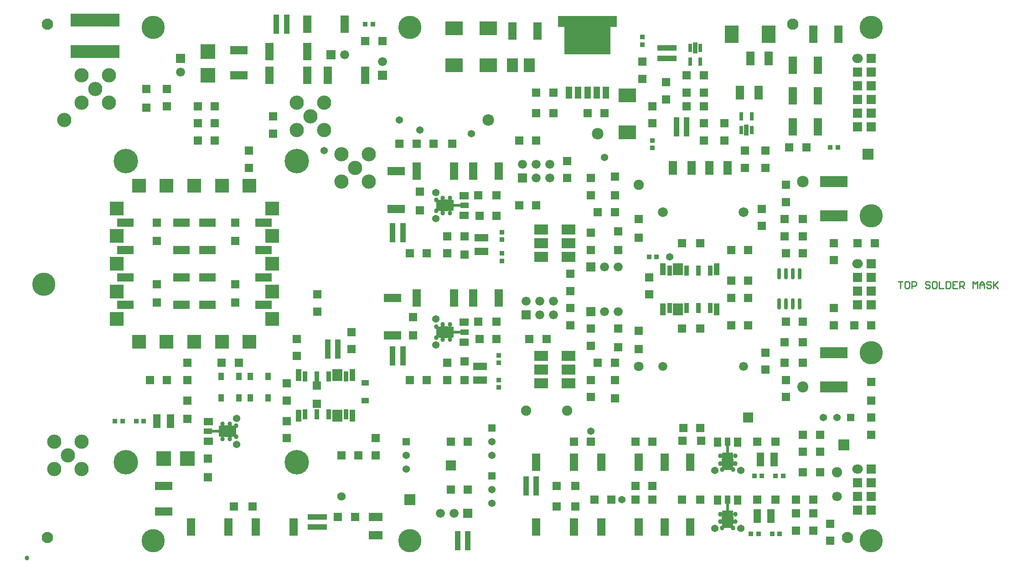
<source format=gts>
*%FSLAX24Y24*%
*%MOIN*%
G01*
%ADD11C,0.0000*%
%ADD12C,0.0050*%
%ADD13C,0.0060*%
%ADD14C,0.0073*%
%ADD15C,0.0080*%
%ADD16C,0.0098*%
%ADD17C,0.0100*%
%ADD18C,0.0120*%
%ADD19C,0.0150*%
%ADD20C,0.0160*%
%ADD21C,0.0160*%
%ADD22C,0.0197*%
%ADD23C,0.0200*%
%ADD24C,0.0200*%
%ADD25C,0.0240*%
%ADD26O,0.0240X0.0800*%
%ADD27C,0.0250*%
%ADD28O,0.0280X0.0840*%
%ADD29C,0.0300*%
%ADD30C,0.0300*%
%ADD31C,0.0320*%
%ADD32C,0.0340*%
%ADD33C,0.0360*%
%ADD34C,0.0380*%
%ADD35C,0.0394*%
%ADD36C,0.0397*%
%ADD37C,0.0400*%
%ADD38C,0.0434*%
%ADD39C,0.0460*%
%ADD40C,0.0480*%
%ADD41C,0.0480*%
%ADD42C,0.0500*%
%ADD43C,0.0500*%
%ADD44C,0.0520*%
%ADD45C,0.0540*%
%ADD46C,0.0560*%
%ADD47C,0.0580*%
%ADD48C,0.0600*%
%ADD49C,0.0620*%
%ADD50C,0.0650*%
%ADD51C,0.0660*%
%ADD52C,0.0670*%
%ADD53C,0.0680*%
%ADD54C,0.0710*%
%ADD55C,0.0720*%
%ADD56O,0.0750X0.0620*%
%ADD57C,0.0750*%
%ADD58C,0.0760*%
%ADD59O,0.0790X0.0660*%
%ADD60C,0.0810*%
%ADD61C,0.0827*%
%ADD62C,0.0850*%
%ADD63C,0.0870*%
%ADD64C,0.1000*%
%ADD65C,0.1040*%
%ADD66C,0.1299*%
%ADD67C,0.1499*%
%ADD68C,0.1600*%
%ADD69C,0.1700*%
%ADD70C,0.1750*%
%ADD71C,0.1790*%
%ADD72C,0.2000*%
%ADD73C,0.2299*%
%ADD74R,0.0100X0.0100*%
%ADD75R,0.0200X0.0200*%
%ADD76R,0.0200X0.0500*%
%ADD77R,0.0200X0.0650*%
%ADD78R,0.0200X0.1600*%
%ADD79R,0.0240X0.0700*%
%ADD80R,0.0280X0.0600*%
%ADD81R,0.0300X0.0300*%
%ADD82R,0.0300X0.0300*%
%ADD83R,0.0300X0.0600*%
%ADD84R,0.0300X0.0650*%
%ADD85R,0.0300X0.0700*%
%ADD86R,0.0315X0.0709*%
%ADD87R,0.0320X0.0560*%
%ADD88R,0.0320X0.0640*%
%ADD89R,0.0335X0.0758*%
%ADD90R,0.0340X0.0340*%
%ADD91R,0.0340X0.0700*%
%ADD92R,0.0340X0.0800*%
%ADD93R,0.0344X0.0787*%
%ADD94R,0.0344X0.0797*%
%ADD95R,0.0350X0.0700*%
%ADD96R,0.0350X0.0800*%
%ADD97R,0.0354X0.0787*%
%ADD98R,0.0355X0.0749*%
%ADD99R,0.0360X0.0600*%
%ADD100R,0.0360X0.1300*%
%ADD101R,0.0394X0.0827*%
%ADD102R,0.0400X0.0200*%
%ADD103R,0.0400X0.0500*%
%ADD104R,0.0400X0.0640*%
%ADD105R,0.0400X0.0750*%
%ADD106R,0.0400X0.1350*%
%ADD107R,0.0420X0.0850*%
%ADD108R,0.0434X0.0867*%
%ADD109R,0.0440X0.0540*%
%ADD110R,0.0440X0.1390*%
%ADD111R,0.0460X0.0890*%
%ADD112R,0.0500X0.0200*%
%ADD113R,0.0500X0.0400*%
%ADD114R,0.0500X0.0500*%
%ADD115R,0.0500X0.0500*%
%ADD116R,0.0500X0.0850*%
%ADD117R,0.0500X0.1000*%
%ADD118R,0.0500X0.1200*%
%ADD119R,0.0540X0.0440*%
%ADD120R,0.0540X0.0540*%
%ADD121R,0.0540X0.0890*%
%ADD122R,0.0540X0.0960*%
%ADD123R,0.0540X0.1040*%
%ADD124R,0.0550X0.0650*%
%ADD125R,0.0550X0.0780*%
%ADD126R,0.0550X0.0800*%
%ADD127R,0.0560X0.0320*%
%ADD128R,0.0591X0.1260*%
%ADD129R,0.0600X0.0280*%
%ADD130R,0.0600X0.0360*%
%ADD131R,0.0600X0.0600*%
%ADD132R,0.0600X0.1000*%
%ADD133R,0.0600X0.1200*%
%ADD134R,0.0600X0.1250*%
%ADD135R,0.0620X0.0620*%
%ADD136R,0.0631X0.1300*%
%ADD137R,0.0640X0.0320*%
%ADD138R,0.0640X0.0400*%
%ADD139R,0.0640X0.0640*%
%ADD140R,0.0640X0.1040*%
%ADD141R,0.0640X0.1290*%
%ADD142R,0.0650X0.0200*%
%ADD143R,0.0650X0.0550*%
%ADD144R,0.0650X0.0650*%
%ADD145R,0.0660X0.0660*%
%ADD146R,0.0700X0.0700*%
%ADD147R,0.0700X0.0900*%
%ADD148R,0.0709X0.0827*%
%ADD149R,0.0740X0.0740*%
%ADD150R,0.0749X0.0867*%
%ADD151R,0.0750X0.0400*%
%ADD152R,0.0750X0.0750*%
%ADD153R,0.0750X0.0750*%
%ADD154R,0.0750X0.0800*%
%ADD155R,0.0790X0.0790*%
%ADD156R,0.0800X0.0750*%
%ADD157R,0.0800X0.0800*%
%ADD158R,0.0800X0.0800*%
%ADD159R,0.0800X0.1000*%
%ADD160R,0.0800X0.1250*%
%ADD161R,0.0840X0.1040*%
%ADD162R,0.0850X0.0500*%
%ADD163R,0.0890X0.0540*%
%ADD164R,0.0900X0.0600*%
%ADD165R,0.0900X0.0900*%
%ADD166R,0.0940X0.0940*%
%ADD167R,0.0960X0.0540*%
%ADD168R,0.0960X0.0960*%
%ADD169R,0.0960X0.1220*%
%ADD170R,0.1000X0.0500*%
%ADD171R,0.1000X0.0600*%
%ADD172R,0.1000X0.0700*%
%ADD173R,0.1000X0.1000*%
%ADD174R,0.1000X0.1000*%
%ADD175R,0.1000X0.1250*%
%ADD176R,0.1040X0.0540*%
%ADD177R,0.1040X0.0640*%
%ADD178R,0.1040X0.0740*%
%ADD179R,0.1040X0.1040*%
%ADD180R,0.1040X0.1290*%
%ADD181R,0.1060X0.1060*%
%ADD182R,0.1140X0.0540*%
%ADD183R,0.1200X0.0500*%
%ADD184R,0.1200X0.0600*%
%ADD185R,0.1220X0.0960*%
%ADD186R,0.1240X0.0640*%
%ADD187R,0.1250X0.0600*%
%ADD188R,0.1250X0.0800*%
%ADD189R,0.1250X0.1000*%
%ADD190R,0.1260X0.0591*%
%ADD191R,0.1290X0.0640*%
%ADD192R,0.1290X0.1040*%
%ADD193R,0.1300X0.0631*%
%ADD194R,0.1300X0.0360*%
%ADD195R,0.1350X0.0400*%
%ADD196R,0.1390X0.0440*%
%ADD197R,0.1500X0.1500*%
%ADD198R,0.1600X0.0200*%
%ADD199R,0.1600X0.2400*%
%ADD200R,0.1700X0.1700*%
%ADD201R,0.1800X0.1800*%
%ADD202R,0.1900X0.1900*%
%ADD203R,0.2000X0.0750*%
%ADD204R,0.2000X0.2000*%
%ADD205R,0.2040X0.0790*%
%ADD206R,0.2100X0.2100*%
%ADD207R,0.2200X0.2200*%
%ADD208R,0.2300X0.2300*%
%ADD209R,0.2400X0.1600*%
%ADD210R,0.2400X0.2400*%
%ADD211R,0.2500X0.2500*%
D11*
X96770Y52710D02*
D03*
Y44960D02*
D03*
X94020Y63710D02*
D03*
Y62460D02*
D03*
X93770Y52960D02*
D03*
X94020Y48960D02*
D03*
X95020Y51210D02*
D03*
Y41460D02*
D03*
X93770Y45210D02*
D03*
X94020Y31960D02*
D03*
X95020Y46710D02*
D03*
X93770Y29460D02*
D03*
X93270Y59960D02*
D03*
Y61210D02*
D03*
X92770Y52960D02*
D03*
X92270Y51960D02*
D03*
X91770Y47510D02*
D03*
X92270Y55210D02*
D03*
X93020Y32710D02*
D03*
Y34460D02*
D03*
Y35960D02*
D03*
X92770Y45210D02*
D03*
X91270Y63710D02*
D03*
X91020Y65960D02*
D03*
X91270Y48710D02*
D03*
Y61460D02*
D03*
Y50110D02*
D03*
Y46960D02*
D03*
Y30210D02*
D03*
X89520Y63960D02*
D03*
X89770Y67210D02*
D03*
X90520Y54960D02*
D03*
X90370Y51860D02*
D03*
Y53160D02*
D03*
X89720Y61610D02*
D03*
X89470Y50560D02*
D03*
X90370Y43960D02*
D03*
X90420Y45460D02*
D03*
X90270Y35460D02*
D03*
Y34210D02*
D03*
X90220Y38410D02*
D03*
X89770Y36460D02*
D03*
Y32460D02*
D03*
X88020Y59710D02*
D03*
X89170Y54360D02*
D03*
X88520Y47710D02*
D03*
X88370Y61460D02*
D03*
X88520Y62960D02*
D03*
X87520Y50210D02*
D03*
Y57810D02*
D03*
X87770Y46710D02*
D03*
X88770Y39460D02*
D03*
X88970Y46110D02*
D03*
X89020Y40960D02*
D03*
X88520Y38210D02*
D03*
Y34210D02*
D03*
X87520Y44960D02*
D03*
Y41960D02*
D03*
X86270Y50210D02*
D03*
X87170Y55510D02*
D03*
X86520Y53210D02*
D03*
X85970Y61610D02*
D03*
Y60360D02*
D03*
X85770Y44960D02*
D03*
X86020Y46960D02*
D03*
X86770Y38210D02*
D03*
X85770Y39460D02*
D03*
X86520Y34210D02*
D03*
X86270Y40710D02*
D03*
X87020Y30210D02*
D03*
X85520Y65210D02*
D03*
X84520Y63960D02*
D03*
X84270Y66460D02*
D03*
X85520Y62960D02*
D03*
X84870Y48560D02*
D03*
X84520Y59710D02*
D03*
Y61710D02*
D03*
X84820Y50810D02*
D03*
X85520Y38210D02*
D03*
X84770Y34210D02*
D03*
Y42210D02*
D03*
X84270Y38460D02*
D03*
X83770Y41210D02*
D03*
X83920Y30310D02*
D03*
X83170Y66860D02*
D03*
X82020Y64960D02*
D03*
X82770Y67710D02*
D03*
X81770Y62710D02*
D03*
Y61710D02*
D03*
X81970Y48560D02*
D03*
X83520Y54210D02*
D03*
X81920Y50960D02*
D03*
X83370Y50810D02*
D03*
X83270Y34710D02*
D03*
X82520Y43460D02*
D03*
X82270Y39460D02*
D03*
X83420Y46460D02*
D03*
X81070Y67160D02*
D03*
X80270Y64460D02*
D03*
X80770Y68210D02*
D03*
Y56460D02*
D03*
X80020Y52960D02*
D03*
X81520Y55960D02*
D03*
X80020Y43710D02*
D03*
X80270Y45460D02*
D03*
X80770Y40460D02*
D03*
X80630Y39090D02*
D03*
X81470Y34610D02*
D03*
X78520Y65960D02*
D03*
X79420Y55360D02*
D03*
X79170Y61360D02*
D03*
X78970Y51210D02*
D03*
X79070Y58460D02*
D03*
X78920Y48810D02*
D03*
Y47710D02*
D03*
X78270Y55460D02*
D03*
Y48210D02*
D03*
X79470Y41960D02*
D03*
X78870Y39110D02*
D03*
X79020Y46410D02*
D03*
X78370Y43510D02*
D03*
X78520Y40460D02*
D03*
X77820Y32610D02*
D03*
X76270Y68210D02*
D03*
X77270D02*
D03*
X77320Y61810D02*
D03*
X77020Y59460D02*
D03*
X77120Y58460D02*
D03*
X76770Y60710D02*
D03*
X76520Y48460D02*
D03*
Y52460D02*
D03*
X76070Y54910D02*
D03*
X77020Y36710D02*
D03*
X76770Y34960D02*
D03*
X76520Y44710D02*
D03*
Y41710D02*
D03*
X77520Y30210D02*
D03*
X75270Y68210D02*
D03*
Y64210D02*
D03*
Y60710D02*
D03*
X75020Y62210D02*
D03*
X75270Y34960D02*
D03*
X75020Y43460D02*
D03*
X75370Y29310D02*
D03*
X74270Y68210D02*
D03*
X74770Y50960D02*
D03*
Y52960D02*
D03*
Y54710D02*
D03*
Y58210D02*
D03*
Y38960D02*
D03*
Y41710D02*
D03*
X74270Y40460D02*
D03*
X73270Y68210D02*
D03*
X72270Y68460D02*
D03*
X72770Y66960D02*
D03*
X73020Y48460D02*
D03*
X72920Y55410D02*
D03*
X72770Y51960D02*
D03*
Y53710D02*
D03*
X72520Y49960D02*
D03*
X73170Y45710D02*
D03*
X72770Y36710D02*
D03*
Y42710D02*
D03*
X72520Y38960D02*
D03*
X72270Y32210D02*
D03*
X73270Y30210D02*
D03*
X70020Y49960D02*
D03*
X70970Y48510D02*
D03*
X70770Y62210D02*
D03*
X70520Y52960D02*
D03*
X71570Y45910D02*
D03*
X71020Y40960D02*
D03*
X70770Y38210D02*
D03*
Y43710D02*
D03*
X70270Y36710D02*
D03*
X70020Y34210D02*
D03*
X70270Y31210D02*
D03*
X68770Y63210D02*
D03*
X69470Y53960D02*
D03*
X69520Y56310D02*
D03*
X68770Y61710D02*
D03*
Y60710D02*
D03*
Y59210D02*
D03*
X69100Y44320D02*
D03*
X69020Y40210D02*
D03*
X68020Y29710D02*
D03*
X67270Y63210D02*
D03*
X66770Y68460D02*
D03*
X66020Y63210D02*
D03*
X67270Y53160D02*
D03*
Y49710D02*
D03*
Y54710D02*
D03*
Y61710D02*
D03*
Y59210D02*
D03*
Y36460D02*
D03*
Y38460D02*
D03*
Y40460D02*
D03*
Y43960D02*
D03*
X66270Y40960D02*
D03*
X64770Y63210D02*
D03*
X64020Y64460D02*
D03*
X64520Y49710D02*
D03*
X64770Y34210D02*
D03*
X64270Y40960D02*
D03*
X64020Y35210D02*
D03*
Y37460D02*
D03*
X64270Y30210D02*
D03*
X63770Y52210D02*
D03*
Y50210D02*
D03*
X62270Y60960D02*
D03*
X62950Y49140D02*
D03*
X63520Y42960D02*
D03*
Y33210D02*
D03*
X62270Y40960D02*
D03*
X61520Y64460D02*
D03*
X62020Y65960D02*
D03*
X61520Y61960D02*
D03*
X61770Y49710D02*
D03*
X60770Y58710D02*
D03*
Y59710D02*
D03*
X60520Y49710D02*
D03*
X62020Y39960D02*
D03*
Y34210D02*
D03*
X61520Y46710D02*
D03*
X61020Y32960D02*
D03*
Y35960D02*
D03*
Y37210D02*
D03*
X60520Y46710D02*
D03*
Y42710D02*
D03*
Y41210D02*
D03*
X59520Y54960D02*
D03*
X59770Y62460D02*
D03*
X60020Y32960D02*
D03*
X59510Y41190D02*
D03*
X58770Y60960D02*
D03*
X58520Y47960D02*
D03*
Y50710D02*
D03*
X59020Y39210D02*
D03*
X58520Y35460D02*
D03*
Y37460D02*
D03*
Y46210D02*
D03*
X58270Y43210D02*
D03*
X57520Y64210D02*
D03*
X56270Y66710D02*
D03*
Y68460D02*
D03*
X57520Y47960D02*
D03*
Y50710D02*
D03*
X56770Y55460D02*
D03*
X56520Y47960D02*
D03*
X57770Y52210D02*
D03*
X56770Y53460D02*
D03*
X56870Y37760D02*
D03*
X56520Y34960D02*
D03*
X56270Y33460D02*
D03*
X57520Y46210D02*
D03*
X57020Y40210D02*
D03*
Y41460D02*
D03*
X56270Y42960D02*
D03*
Y46210D02*
D03*
X57020Y38410D02*
D03*
X55270Y53460D02*
D03*
Y55460D02*
D03*
X56020Y52210D02*
D03*
X54770Y37210D02*
D03*
X54270Y33460D02*
D03*
X55520Y32710D02*
D03*
X54770Y46210D02*
D03*
X55520Y30210D02*
D03*
X53770Y66960D02*
D03*
X53020Y62460D02*
D03*
Y60460D02*
D03*
X53770Y55460D02*
D03*
X52770Y33460D02*
D03*
Y35210D02*
D03*
X52520Y32210D02*
D03*
Y44460D02*
D03*
X51770Y67960D02*
D03*
X51020Y64210D02*
D03*
X52020Y56210D02*
D03*
Y58210D02*
D03*
X51270Y48460D02*
D03*
X50520Y33460D02*
D03*
X51770Y43210D02*
D03*
Y39710D02*
D03*
X51270Y46460D02*
D03*
X50520Y35210D02*
D03*
X50270Y50460D02*
D03*
X49770Y60210D02*
D03*
X49520Y56210D02*
D03*
X48770Y50460D02*
D03*
X48520Y62960D02*
D03*
Y33460D02*
D03*
X49520Y46210D02*
D03*
Y44710D02*
D03*
X48520Y39960D02*
D03*
Y35210D02*
D03*
X50020Y30210D02*
D03*
X47520Y54710D02*
D03*
Y48460D02*
D03*
Y50460D02*
D03*
Y52460D02*
D03*
Y56210D02*
D03*
X47270Y58210D02*
D03*
X47520Y42460D02*
D03*
Y46210D02*
D03*
Y44710D02*
D03*
Y43960D02*
D03*
X47020Y40960D02*
D03*
X46770Y35210D02*
D03*
Y37210D02*
D03*
Y38210D02*
D03*
Y39960D02*
D03*
X45470Y61960D02*
D03*
X45520Y58210D02*
D03*
Y56210D02*
D03*
Y48460D02*
D03*
Y50460D02*
D03*
Y52460D02*
D03*
X44770Y53960D02*
D03*
X44520Y50460D02*
D03*
X45770Y33710D02*
D03*
X45520Y38210D02*
D03*
Y43960D02*
D03*
X45270Y39960D02*
D03*
X45020Y40960D02*
D03*
X44520Y46710D02*
D03*
X44770Y29460D02*
D03*
Y30460D02*
D03*
X43770Y63710D02*
D03*
Y64960D02*
D03*
X44270Y58810D02*
D03*
X43520Y56210D02*
D03*
X43020Y50460D02*
D03*
X42770Y48210D02*
D03*
Y54460D02*
D03*
Y52710D02*
D03*
X43520Y43960D02*
D03*
X43020Y38210D02*
D03*
Y39710D02*
D03*
X42770Y33710D02*
D03*
Y31460D02*
D03*
X41770Y68210D02*
D03*
X42020Y65210D02*
D03*
X41770Y64210D02*
D03*
Y60960D02*
D03*
Y62460D02*
D03*
X41020Y42460D02*
D03*
Y43960D02*
D03*
X41770Y30210D02*
D03*
X39520Y48460D02*
D03*
Y50460D02*
D03*
Y54460D02*
D03*
Y52460D02*
D03*
Y46460D02*
D03*
X37270Y64210D02*
D03*
Y62210D02*
D03*
X38020Y40460D02*
D03*
Y38710D02*
D03*
Y43960D02*
D03*
Y42460D02*
D03*
X35770Y66710D02*
D03*
X35270Y59460D02*
D03*
X36520Y40460D02*
D03*
Y38710D02*
D03*
Y42460D02*
D03*
X35770Y31960D02*
D03*
D17*
X97970Y49160D02*
X98303D01*
X98137D01*
Y48660D01*
X98553Y49160D02*
X98720D01*
X98553D02*
X98470Y49077D01*
Y48743D01*
X98553Y48660D01*
X98720D01*
X98803Y48743D01*
Y49077D01*
X98720Y49160D01*
X98970D02*
Y48660D01*
Y49160D02*
X99220D01*
X99303Y49077D01*
Y48910D01*
X99220Y48827D01*
X98970D01*
X100219Y49160D02*
X100303Y49077D01*
X100219Y49160D02*
X100053D01*
X99969Y49077D01*
Y48993D01*
X100053Y48910D01*
X100219D01*
X100303Y48827D01*
Y48743D01*
X100219Y48660D01*
X100053D01*
X99969Y48743D01*
X100552Y49160D02*
X100719D01*
X100552D02*
X100469Y49077D01*
Y48743D01*
X100552Y48660D01*
X100719D01*
X100802Y48743D01*
Y49077D01*
X100719Y49160D01*
X100969D02*
Y48660D01*
X101302D01*
X101469D02*
Y49160D01*
Y48660D02*
X101719D01*
X101802Y48743D01*
Y49077D01*
X101719Y49160D01*
X101469D01*
X101969D02*
X102302D01*
X101969D02*
Y48660D01*
X102302D01*
X102135Y48910D02*
X101969D01*
X102469Y48660D02*
Y49160D01*
X102718D01*
X102802Y49077D01*
Y48910D01*
X102718Y48827D01*
X102469D01*
X102635D02*
X102802Y48660D01*
X103468D02*
Y49160D01*
X103635Y48993D01*
X103801Y49160D01*
Y48660D01*
X103968D02*
Y48993D01*
X104135Y49160D01*
X104301Y48993D01*
Y48660D01*
Y48910D01*
X103968D01*
X104718Y49160D02*
X104801Y49077D01*
X104718Y49160D02*
X104551D01*
X104468Y49077D01*
Y48993D01*
X104551Y48910D01*
X104718D01*
X104801Y48827D01*
Y48743D01*
X104718Y48660D01*
X104551D01*
X104468Y48743D01*
X104968Y48660D02*
Y49160D01*
Y48827D02*
Y48660D01*
Y48827D02*
X105301Y49160D01*
X105051Y48910D01*
X105301Y48660D01*
D28*
X90770Y47510D02*
D03*
X90270D02*
D03*
X89770D02*
D03*
X89270D02*
D03*
Y49710D02*
D03*
X89770D02*
D03*
X90270D02*
D03*
X90770D02*
D03*
D32*
X85920Y35410D02*
D03*
X84970Y35860D02*
D03*
X86070D02*
D03*
X84970Y36410D02*
D03*
X86070D02*
D03*
X85120Y35410D02*
D03*
X85920Y31160D02*
D03*
X84970Y31610D02*
D03*
X86070D02*
D03*
X84970Y32160D02*
D03*
X86070D02*
D03*
X85120Y31160D02*
D03*
X64220Y54310D02*
D03*
X64670Y55260D02*
D03*
Y54160D02*
D03*
X65220Y55260D02*
D03*
Y54160D02*
D03*
X64220Y55110D02*
D03*
Y45060D02*
D03*
X64670Y46010D02*
D03*
Y44910D02*
D03*
X65220Y46010D02*
D03*
Y44910D02*
D03*
X64220Y45860D02*
D03*
X49570Y38610D02*
D03*
X49120Y37660D02*
D03*
Y38760D02*
D03*
X48570Y37660D02*
D03*
Y38760D02*
D03*
X49570Y37810D02*
D03*
X34270Y28960D02*
D03*
D38*
X94270Y30460D02*
D03*
X90270Y67960D02*
D03*
X35770D02*
D03*
Y30460D02*
D03*
D45*
X81270Y50960D02*
D03*
X77770Y33210D02*
D03*
X76520Y58210D02*
D03*
X75520Y38210D02*
D03*
X66770Y59960D02*
D03*
X63020Y60210D02*
D03*
X61520Y60960D02*
D03*
X56020Y58710D02*
D03*
X93520Y39210D02*
D03*
X92520D02*
D03*
X86470Y35360D02*
D03*
X84570D02*
D03*
X86470Y31110D02*
D03*
X84570D02*
D03*
X64170Y53760D02*
D03*
Y55660D02*
D03*
X68270Y37460D02*
D03*
Y36460D02*
D03*
Y33960D02*
D03*
Y32960D02*
D03*
X62020Y36460D02*
D03*
Y35460D02*
D03*
X64170Y44510D02*
D03*
Y46410D02*
D03*
X49620Y39160D02*
D03*
Y37260D02*
D03*
D49*
X57270Y33460D02*
D03*
D51*
X76520Y50210D02*
D03*
X77520D02*
D03*
X86676Y42960D02*
D03*
X80770D02*
D03*
X76520Y46960D02*
D03*
X77520D02*
D03*
X60270Y65210D02*
D03*
X71520Y56710D02*
D03*
Y57710D02*
D03*
X72520Y56710D02*
D03*
Y57710D02*
D03*
X70520D02*
D03*
X71770Y46710D02*
D03*
Y47710D02*
D03*
X72770Y46710D02*
D03*
Y47710D02*
D03*
X70770D02*
D03*
X65520Y32210D02*
D03*
X64520D02*
D03*
X45520Y64460D02*
D03*
X57520Y65710D02*
D03*
D54*
X93520Y33460D02*
D03*
X79020Y42960D02*
D03*
D55*
X80770Y54210D02*
D03*
X86676D02*
D03*
D57*
X93520Y35210D02*
D03*
X79020Y56210D02*
D03*
X73770Y39710D02*
D03*
X70770D02*
D03*
D59*
X95020Y65460D02*
D03*
Y50460D02*
D03*
Y35460D02*
D03*
D60*
X91020Y41460D02*
D03*
D61*
X94270Y30460D02*
D03*
X90270Y67960D02*
D03*
X35770D02*
D03*
Y30460D02*
D03*
D62*
X91020Y56460D02*
D03*
X76020Y59960D02*
D03*
X68020Y60960D02*
D03*
D65*
X59270Y58460D02*
D03*
X57270Y56460D02*
D03*
X59270D02*
D03*
X57270Y58460D02*
D03*
X58270Y57460D02*
D03*
X55020Y61210D02*
D03*
X54020Y62210D02*
D03*
X56020Y60210D02*
D03*
X54020D02*
D03*
X56020Y62210D02*
D03*
X39270Y63210D02*
D03*
X38270Y64210D02*
D03*
X40270Y62210D02*
D03*
X38270D02*
D03*
X40270Y64210D02*
D03*
X37020Y60960D02*
D03*
X38270Y37460D02*
D03*
X36270Y35460D02*
D03*
X38270D02*
D03*
X36270Y37460D02*
D03*
X37270Y36460D02*
D03*
D69*
X43520Y67710D02*
D03*
X96020D02*
D03*
Y53960D02*
D03*
Y43960D02*
D03*
Y30210D02*
D03*
X62270Y67710D02*
D03*
Y30210D02*
D03*
X35520Y48960D02*
D03*
X43520Y30210D02*
D03*
D71*
X41520Y57960D02*
D03*
X54020D02*
D03*
Y35960D02*
D03*
X41520D02*
D03*
D76*
X85520Y36760D02*
D03*
Y32510D02*
D03*
D78*
Y36510D02*
D03*
Y32260D02*
D03*
D83*
X83520Y66210D02*
D03*
X82770D02*
D03*
X83520Y65210D02*
D03*
X82770D02*
D03*
X86520Y60210D02*
D03*
X87270D02*
D03*
X86520Y61210D02*
D03*
X87270D02*
D03*
D88*
X86270Y37460D02*
D03*
X84770D02*
D03*
X86270Y33210D02*
D03*
X84770D02*
D03*
D90*
X93570Y58960D02*
D03*
X93020D02*
D03*
X79270Y66460D02*
D03*
Y67010D02*
D03*
X80320Y50960D02*
D03*
X79770D02*
D03*
X80020Y59460D02*
D03*
Y58910D02*
D03*
X87470Y34960D02*
D03*
X88020D02*
D03*
X89020D02*
D03*
X89570D02*
D03*
X88770Y30710D02*
D03*
X89320D02*
D03*
X87220D02*
D03*
X87770D02*
D03*
X69020Y52760D02*
D03*
Y52210D02*
D03*
Y51210D02*
D03*
Y50660D02*
D03*
X68770Y43760D02*
D03*
Y43210D02*
D03*
Y41960D02*
D03*
Y41410D02*
D03*
X59570Y67960D02*
D03*
X59020D02*
D03*
X40720Y38960D02*
D03*
X41270D02*
D03*
X42270D02*
D03*
X42820D02*
D03*
D92*
X83150Y66210D02*
D03*
X86890Y60210D02*
D03*
D98*
X82530Y49966D02*
D03*
X84262D02*
D03*
X83396D02*
D03*
X81270D02*
D03*
Y47210D02*
D03*
X84262D02*
D03*
X83396D02*
D03*
X82530D02*
D03*
X56360Y39454D02*
D03*
X54628D02*
D03*
X55494D02*
D03*
X57620D02*
D03*
Y42210D02*
D03*
X54628D02*
D03*
X55494D02*
D03*
X56360D02*
D03*
D104*
X85520Y37460D02*
D03*
Y33210D02*
D03*
D108*
X80798Y50064D02*
D03*
X84735D02*
D03*
Y47112D02*
D03*
X80798D02*
D03*
X58092Y39356D02*
D03*
X54155D02*
D03*
Y42308D02*
D03*
X58092D02*
D03*
D109*
X50620Y42210D02*
D03*
X51920D02*
D03*
Y40660D02*
D03*
X50620D02*
D03*
X49770D02*
D03*
X48470D02*
D03*
Y42210D02*
D03*
X49770D02*
D03*
D110*
X82520Y60460D02*
D03*
X81770D02*
D03*
X61020Y52710D02*
D03*
X61770D02*
D03*
X71520Y34210D02*
D03*
X70770D02*
D03*
X61770Y43710D02*
D03*
X61020D02*
D03*
X66520Y30210D02*
D03*
X65770D02*
D03*
X53270Y67960D02*
D03*
X52520D02*
D03*
X57020Y44210D02*
D03*
X56270D02*
D03*
D111*
X73930Y62960D02*
D03*
X74600D02*
D03*
X75270D02*
D03*
X75940D02*
D03*
X76610D02*
D03*
D112*
X65570Y54710D02*
D03*
Y45460D02*
D03*
X48220Y38210D02*
D03*
D119*
X59020Y41760D02*
D03*
Y40460D02*
D03*
D120*
X94520Y39210D02*
D03*
X68270Y38460D02*
D03*
Y34960D02*
D03*
X62020Y37460D02*
D03*
D121*
X64770Y54710D02*
D03*
Y45460D02*
D03*
X49020Y38210D02*
D03*
D123*
X88920Y36160D02*
D03*
X87920D02*
D03*
X88670Y32010D02*
D03*
X87670D02*
D03*
X44770Y38960D02*
D03*
X43770D02*
D03*
D124*
X86245Y37435D02*
D03*
X84795D02*
D03*
X86245Y33185D02*
D03*
X84795D02*
D03*
D136*
X79020Y35960D02*
D03*
X76270D02*
D03*
X79020Y31210D02*
D03*
X76270D02*
D03*
X65520Y57210D02*
D03*
X62770D02*
D03*
Y47960D02*
D03*
X65520D02*
D03*
X74270Y35960D02*
D03*
X71520D02*
D03*
X74270Y31210D02*
D03*
X71520D02*
D03*
X57520Y67960D02*
D03*
X54770D02*
D03*
Y65960D02*
D03*
X52020D02*
D03*
Y64210D02*
D03*
X54770D02*
D03*
X56270D02*
D03*
X59020D02*
D03*
X53770Y31210D02*
D03*
X51020D02*
D03*
X49020D02*
D03*
X46270D02*
D03*
D137*
X66270Y53960D02*
D03*
Y55460D02*
D03*
Y44710D02*
D03*
Y46210D02*
D03*
X47520Y38960D02*
D03*
Y37460D02*
D03*
D138*
X66270Y54710D02*
D03*
Y45460D02*
D03*
X47520Y38210D02*
D03*
D139*
X93270Y50710D02*
D03*
Y51960D02*
D03*
X96270D02*
D03*
X95020D02*
D03*
X89770Y51210D02*
D03*
X91020D02*
D03*
X89670Y52460D02*
D03*
X91020D02*
D03*
X89670Y53710D02*
D03*
X91020D02*
D03*
X90020Y58960D02*
D03*
X91270D02*
D03*
X96020Y45960D02*
D03*
X94770D02*
D03*
X93270Y47210D02*
D03*
Y45960D02*
D03*
X96020Y39210D02*
D03*
Y37960D02*
D03*
Y41810D02*
D03*
Y40460D02*
D03*
X92270Y36710D02*
D03*
Y37960D02*
D03*
X91020Y36710D02*
D03*
Y37960D02*
D03*
X90520Y33210D02*
D03*
X91770D02*
D03*
X91020Y35210D02*
D03*
X92270D02*
D03*
X89670Y43210D02*
D03*
X91020D02*
D03*
X89670Y44710D02*
D03*
X91020D02*
D03*
X89770Y46210D02*
D03*
X91020D02*
D03*
X93020Y30210D02*
D03*
Y31460D02*
D03*
X91770Y32210D02*
D03*
Y30960D02*
D03*
X79270Y65210D02*
D03*
Y63960D02*
D03*
X82520Y64210D02*
D03*
X83770D02*
D03*
X83520Y51960D02*
D03*
X82170D02*
D03*
X79770Y48210D02*
D03*
Y49460D02*
D03*
X77520Y52810D02*
D03*
Y51460D02*
D03*
X75270Y61460D02*
D03*
X76520D02*
D03*
X89770Y56210D02*
D03*
Y54960D02*
D03*
X88020Y54460D02*
D03*
Y53210D02*
D03*
X85770Y51460D02*
D03*
X87020D02*
D03*
X85770Y49210D02*
D03*
X87020D02*
D03*
X85770Y47960D02*
D03*
X87020D02*
D03*
X88270Y57460D02*
D03*
Y58710D02*
D03*
X86770Y57460D02*
D03*
Y58710D02*
D03*
X85270Y59460D02*
D03*
Y60710D02*
D03*
X83770Y59460D02*
D03*
Y60710D02*
D03*
Y61960D02*
D03*
X82520D02*
D03*
X83770Y62960D02*
D03*
X82520D02*
D03*
X81020Y63710D02*
D03*
Y62460D02*
D03*
X80020Y61960D02*
D03*
Y60710D02*
D03*
X79020Y52360D02*
D03*
Y53710D02*
D03*
X77270Y56810D02*
D03*
Y55460D02*
D03*
X75520Y56710D02*
D03*
Y55460D02*
D03*
X77270Y54210D02*
D03*
X76020D02*
D03*
X75520Y51460D02*
D03*
Y52710D02*
D03*
X74270Y37460D02*
D03*
X75520D02*
D03*
X87670D02*
D03*
X89020D02*
D03*
X87670Y33210D02*
D03*
X89020D02*
D03*
X82170D02*
D03*
X83520D02*
D03*
Y38460D02*
D03*
X82270D02*
D03*
X83570Y37510D02*
D03*
X82220D02*
D03*
X78770Y37460D02*
D03*
X80020D02*
D03*
X78770Y34210D02*
D03*
X80020D02*
D03*
X78770Y33210D02*
D03*
X80020D02*
D03*
X75770D02*
D03*
X77020D02*
D03*
X77270Y40610D02*
D03*
Y41960D02*
D03*
X77520Y44360D02*
D03*
Y45710D02*
D03*
X79020Y45560D02*
D03*
Y44210D02*
D03*
X83520Y45710D02*
D03*
X82170D02*
D03*
X85770Y45960D02*
D03*
X87020D02*
D03*
X88270Y42710D02*
D03*
Y43960D02*
D03*
X89770Y40710D02*
D03*
Y41960D02*
D03*
X75520Y45710D02*
D03*
Y44460D02*
D03*
X77270Y43210D02*
D03*
X76020D02*
D03*
X75520Y40710D02*
D03*
Y41960D02*
D03*
X90520Y32210D02*
D03*
Y30960D02*
D03*
X73770Y56710D02*
D03*
Y57960D02*
D03*
X71520Y61460D02*
D03*
X72770D02*
D03*
X71520Y62960D02*
D03*
X72770D02*
D03*
X74020Y48460D02*
D03*
Y49710D02*
D03*
X63520Y51210D02*
D03*
X62270D02*
D03*
X65370Y59210D02*
D03*
X64020D02*
D03*
X62770D02*
D03*
X61520D02*
D03*
X63020Y54360D02*
D03*
Y55710D02*
D03*
X71520Y59460D02*
D03*
X70270D02*
D03*
X71520Y54710D02*
D03*
X70270D02*
D03*
X68620Y53960D02*
D03*
X67370D02*
D03*
X68620Y55460D02*
D03*
X67270D02*
D03*
X66270Y51110D02*
D03*
Y52460D02*
D03*
X65020D02*
D03*
Y51210D02*
D03*
X74370Y32710D02*
D03*
X73020D02*
D03*
X74370Y34210D02*
D03*
X73020D02*
D03*
X72270Y44960D02*
D03*
X71020D02*
D03*
X74020Y45960D02*
D03*
Y47210D02*
D03*
X59770Y37710D02*
D03*
Y36460D02*
D03*
X66520Y37460D02*
D03*
X65270D02*
D03*
X66520Y33960D02*
D03*
X65270D02*
D03*
X62520Y46560D02*
D03*
Y45210D02*
D03*
X68620Y46210D02*
D03*
X67270D02*
D03*
X68620Y44960D02*
D03*
X67370D02*
D03*
X66270Y41960D02*
D03*
Y43310D02*
D03*
X65020Y41960D02*
D03*
Y43210D02*
D03*
X63520Y41960D02*
D03*
X62270D02*
D03*
X44520Y61960D02*
D03*
Y63210D02*
D03*
X60270Y66710D02*
D03*
X59020D02*
D03*
X49520Y52110D02*
D03*
Y53460D02*
D03*
X43770Y52110D02*
D03*
Y53460D02*
D03*
X48020Y60710D02*
D03*
Y61960D02*
D03*
X46770D02*
D03*
Y60710D02*
D03*
X48020Y59460D02*
D03*
X46770D02*
D03*
X50520Y57460D02*
D03*
Y58710D02*
D03*
X52270Y59960D02*
D03*
Y61210D02*
D03*
X49520Y47610D02*
D03*
Y48960D02*
D03*
X43770Y47610D02*
D03*
Y48960D02*
D03*
X58520Y36460D02*
D03*
X57270D02*
D03*
X57020Y31960D02*
D03*
X58270D02*
D03*
X49420Y32710D02*
D03*
X50770D02*
D03*
X47520Y34860D02*
D03*
Y36210D02*
D03*
X46020Y39110D02*
D03*
Y40460D02*
D03*
X43270Y41960D02*
D03*
X44520D02*
D03*
X46020D02*
D03*
Y43210D02*
D03*
X54020Y44960D02*
D03*
Y43710D02*
D03*
X55520Y48210D02*
D03*
Y46960D02*
D03*
X58020Y44210D02*
D03*
Y45460D02*
D03*
X55494Y41560D02*
D03*
Y40210D02*
D03*
X53270Y37710D02*
D03*
Y38960D02*
D03*
Y41710D02*
D03*
Y40460D02*
D03*
X49770Y43210D02*
D03*
X48520D02*
D03*
X43020Y61860D02*
D03*
Y63210D02*
D03*
D140*
X87170Y65460D02*
D03*
X88520D02*
D03*
X84170Y57460D02*
D03*
X85520D02*
D03*
X86420Y62960D02*
D03*
X87770D02*
D03*
X82870Y57460D02*
D03*
X81520D02*
D03*
D141*
X93620Y67210D02*
D03*
X91770D02*
D03*
X92120Y64960D02*
D03*
X90270D02*
D03*
X92120Y62710D02*
D03*
X90270D02*
D03*
X92120Y60460D02*
D03*
X90270D02*
D03*
X80920Y35960D02*
D03*
X82770D02*
D03*
X80920Y31210D02*
D03*
X82770D02*
D03*
X71620Y67460D02*
D03*
X69770D02*
D03*
X66920Y57210D02*
D03*
X68770D02*
D03*
X66920Y47960D02*
D03*
X68770D02*
D03*
D143*
X66245Y53985D02*
D03*
Y55435D02*
D03*
Y44735D02*
D03*
Y46185D02*
D03*
X47545Y38935D02*
D03*
Y37485D02*
D03*
D145*
X95020Y63460D02*
D03*
X96020Y64460D02*
D03*
Y63460D02*
D03*
Y62460D02*
D03*
X95020Y64460D02*
D03*
Y62460D02*
D03*
Y61460D02*
D03*
X96020D02*
D03*
X95020Y60460D02*
D03*
X96020Y65460D02*
D03*
Y60460D02*
D03*
X95020Y48460D02*
D03*
X96020Y49460D02*
D03*
Y48460D02*
D03*
Y47460D02*
D03*
X95020Y49460D02*
D03*
Y47460D02*
D03*
X96020Y50460D02*
D03*
X95020Y33460D02*
D03*
X96020Y34460D02*
D03*
Y33460D02*
D03*
Y32460D02*
D03*
X95020Y34460D02*
D03*
Y32460D02*
D03*
X96020Y35460D02*
D03*
X75520Y50210D02*
D03*
Y46960D02*
D03*
X60270Y64210D02*
D03*
X70520Y56710D02*
D03*
X70770Y46710D02*
D03*
X66520Y32210D02*
D03*
X45520Y65460D02*
D03*
X56520Y65710D02*
D03*
D149*
X87020Y39210D02*
D03*
D150*
X81900Y50064D02*
D03*
Y47112D02*
D03*
X56990Y39356D02*
D03*
Y42308D02*
D03*
D152*
X65270Y35710D02*
D03*
D155*
X73520Y68160D02*
X77020D01*
D157*
X95770Y58460D02*
D03*
X94020Y37210D02*
D03*
X62270Y33210D02*
D03*
D160*
X85520Y36035D02*
D03*
D03*
D03*
Y31785D02*
D03*
D03*
D03*
D161*
X71020Y64960D02*
D03*
X69770D02*
D03*
D163*
X85520Y35960D02*
D03*
Y31710D02*
D03*
D166*
X40570Y68260D02*
X37970D01*
Y65960D02*
X40570D01*
D176*
X67520Y52360D02*
D03*
Y51360D02*
D03*
X67420Y42960D02*
D03*
Y41960D02*
D03*
D177*
X59770Y30610D02*
D03*
Y31960D02*
D03*
D178*
X73870Y50960D02*
D03*
Y51960D02*
D03*
Y52960D02*
D03*
X71870Y51960D02*
D03*
Y52960D02*
D03*
Y50960D02*
D03*
X73870Y41710D02*
D03*
Y42710D02*
D03*
Y43710D02*
D03*
X71870Y42710D02*
D03*
Y43710D02*
D03*
Y41710D02*
D03*
D179*
X48540Y56170D02*
D03*
X40860Y52480D02*
D03*
Y50460D02*
D03*
Y48440D02*
D03*
Y46420D02*
D03*
X42480Y44750D02*
D03*
X44500D02*
D03*
X50560D02*
D03*
X52230Y46420D02*
D03*
Y48440D02*
D03*
Y50460D02*
D03*
Y52480D02*
D03*
X50560Y56170D02*
D03*
X44500D02*
D03*
X40860Y54500D02*
D03*
X42480Y56170D02*
D03*
X46520Y44750D02*
D03*
X52230Y54500D02*
D03*
X46520Y56170D02*
D03*
X48540Y44750D02*
D03*
D180*
X85820Y67210D02*
D03*
X88520D02*
D03*
D181*
X47520Y65960D02*
D03*
Y64210D02*
D03*
X44270Y36210D02*
D03*
X46020D02*
D03*
D186*
X51570Y53460D02*
D03*
X47470Y51460D02*
D03*
Y49460D02*
D03*
Y47460D02*
D03*
X51570Y49460D02*
D03*
Y51460D02*
D03*
X47470Y53460D02*
D03*
X51570Y47460D02*
D03*
X45570Y53460D02*
D03*
X41470Y51460D02*
D03*
Y49460D02*
D03*
Y47460D02*
D03*
X45570Y49460D02*
D03*
Y51460D02*
D03*
X41470Y53460D02*
D03*
X45570Y47460D02*
D03*
D188*
X64845Y54710D02*
D03*
D03*
D03*
Y45460D02*
D03*
D03*
D03*
X48945Y38210D02*
D03*
D03*
D03*
D191*
X49770Y66060D02*
D03*
Y64210D02*
D03*
X44270Y32360D02*
D03*
Y34210D02*
D03*
D192*
X78170Y60060D02*
D03*
Y62760D02*
D03*
X65520Y67660D02*
D03*
Y64960D02*
D03*
X68020Y67660D02*
D03*
Y64960D02*
D03*
D193*
X61270Y57210D02*
D03*
Y54460D02*
D03*
X61020Y47960D02*
D03*
Y45210D02*
D03*
D196*
X81070Y65460D02*
D03*
Y66210D02*
D03*
X55520Y31960D02*
D03*
Y31210D02*
D03*
D198*
X65320Y54710D02*
D03*
Y45460D02*
D03*
X48470Y38210D02*
D03*
D205*
X93270Y56460D02*
D03*
Y53960D02*
D03*
Y41460D02*
D03*
Y43960D02*
D03*
D211*
X74850Y67015D02*
X75690D01*
Y67305D01*
X74850D01*
Y67015D01*
D02*
M02*

</source>
